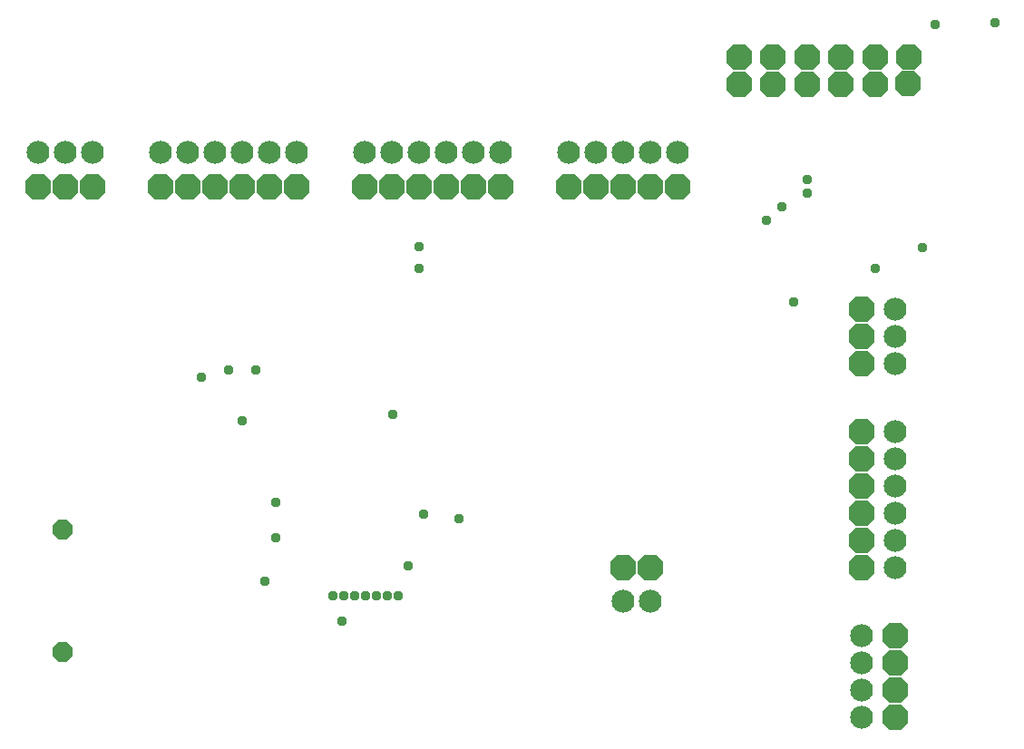
<source format=gbr>
G04 EAGLE Gerber RS-274X export*
G75*
%MOIN*%
%FSLAX24Y24*%
%LPD*%
%INSoldermask Bottom*%
%IPPOS*%
%AMOC8*
5,1,8,0,0,1.08239X$1,22.5*%
G01*
%ADD10P,0.079014X8X292.500000*%
%ADD11P,0.102827X8X202.500000*%
%ADD12P,0.102827X8X292.500000*%
%ADD13C,0.084000*%
%ADD14P,0.102827X8X112.500000*%
%ADD15P,0.102827X8X22.500000*%
%ADD16C,0.037748*%


D10*
X2230Y8100D03*
X2230Y3600D03*
D11*
X29600Y24460D03*
X30850Y24460D03*
X28350Y24460D03*
X32100Y24460D03*
X27100Y24460D03*
D12*
X33320Y24500D03*
D13*
X5850Y21960D03*
X6850Y21960D03*
X7850Y21960D03*
X8850Y21960D03*
X9850Y21960D03*
X10850Y21960D03*
X13350Y21960D03*
X14350Y21960D03*
X15350Y21960D03*
X16350Y21960D03*
X17350Y21960D03*
X18350Y21960D03*
X32850Y11710D03*
X32850Y10710D03*
X32850Y9710D03*
X32850Y8710D03*
X32850Y7710D03*
X32850Y6710D03*
X20850Y21960D03*
X21850Y21960D03*
X22850Y21960D03*
X23850Y21960D03*
X24850Y21960D03*
X23850Y5460D03*
X22850Y5460D03*
X31600Y4210D03*
X31600Y3210D03*
X31600Y2210D03*
X31600Y1210D03*
X3350Y21960D03*
X2350Y21960D03*
X1350Y21960D03*
D12*
X10850Y20710D03*
D14*
X9850Y20710D03*
D12*
X8850Y20710D03*
X7850Y20710D03*
D11*
X6850Y20710D03*
D15*
X5850Y20710D03*
D12*
X18350Y20710D03*
X17350Y20710D03*
X16350Y20710D03*
X15350Y20710D03*
X14350Y20710D03*
X13350Y20710D03*
D11*
X32850Y1210D03*
D14*
X23850Y6710D03*
X22850Y6710D03*
D11*
X32850Y2210D03*
X32850Y3210D03*
X32850Y4210D03*
D15*
X31600Y6710D03*
X31600Y7710D03*
X31600Y8710D03*
X31600Y9710D03*
D11*
X31600Y10710D03*
X31600Y11710D03*
D12*
X24850Y20710D03*
X23850Y20710D03*
X22850Y20710D03*
X21850Y20710D03*
X20850Y20710D03*
D14*
X1350Y20710D03*
X2350Y20710D03*
X3350Y20710D03*
D13*
X32850Y16210D03*
X32850Y15210D03*
X32850Y14210D03*
D14*
X31600Y16210D03*
X31600Y15210D03*
X31600Y14210D03*
D11*
X27100Y25460D03*
X28350Y25460D03*
X29600Y25460D03*
X30850Y25460D03*
X32100Y25460D03*
X33350Y25460D03*
D16*
X9670Y6220D03*
X10060Y9100D03*
X10070Y7790D03*
X14360Y12350D03*
X12490Y4744D03*
X15506Y8666D03*
X12180Y5670D03*
X12958Y5670D03*
X7350Y13710D03*
X8350Y13960D03*
X9350Y13960D03*
X14570Y5660D03*
X14930Y6780D03*
X15350Y17710D03*
X15350Y18519D03*
X16820Y8500D03*
X36500Y26750D03*
X34320Y26680D03*
X33850Y18460D03*
X32100Y17710D03*
X28100Y19460D03*
X29600Y20960D03*
X28659Y19960D03*
X14170Y5670D03*
X13780Y5670D03*
X13380Y5670D03*
X8850Y12110D03*
X12560Y5660D03*
X29600Y20460D03*
X29100Y16460D03*
M02*

</source>
